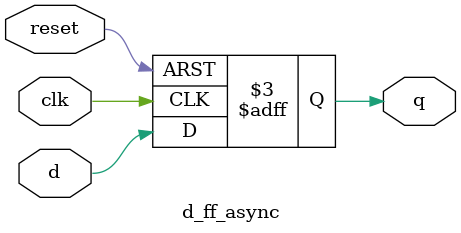
<source format=v>
module d_ff_async(q,d,clk,reset);
    input d,clk,reset;
    output q;
    reg q;

    always@(posedge clk or negedge reset)
    begin
        if(!reset)
            q<=1'b0;
        else 
            q<=d;
    end
endmodule
            
</source>
